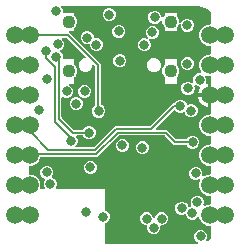
<source format=gbr>
G04 EAGLE Gerber RS-274X export*
G75*
%MOMM*%
%FSLAX34Y34*%
%LPD*%
%INCopper Layer 15*%
%IPPOS*%
%AMOC8*
5,1,8,0,0,1.08239X$1,22.5*%
G01*
%ADD10C,1.108000*%
%ADD11C,1.508000*%
%ADD12C,0.800100*%
%ADD13C,0.152400*%

G36*
X154609Y2936D02*
X154609Y2936D01*
X154702Y2941D01*
X154740Y2955D01*
X154781Y2962D01*
X154864Y3002D01*
X154951Y3034D01*
X154983Y3059D01*
X155020Y3077D01*
X155088Y3140D01*
X155161Y3197D01*
X155184Y3231D01*
X155214Y3259D01*
X155260Y3339D01*
X155313Y3414D01*
X155326Y3454D01*
X155346Y3489D01*
X155366Y3580D01*
X155395Y3668D01*
X155395Y3709D01*
X155404Y3749D01*
X155397Y3841D01*
X155398Y3933D01*
X155386Y3973D01*
X155383Y4014D01*
X155348Y4099D01*
X155322Y4188D01*
X155299Y4222D01*
X155284Y4261D01*
X155225Y4332D01*
X155174Y4409D01*
X155149Y4427D01*
X155116Y4467D01*
X154895Y4614D01*
X154875Y4619D01*
X154858Y4631D01*
X154350Y4841D01*
X152796Y6395D01*
X151955Y8426D01*
X151955Y10624D01*
X152796Y12655D01*
X154350Y14209D01*
X156381Y15050D01*
X158579Y15050D01*
X160610Y14209D01*
X162164Y12655D01*
X163005Y10624D01*
X163005Y8426D01*
X162289Y6698D01*
X162284Y6676D01*
X162273Y6656D01*
X162252Y6547D01*
X162226Y6440D01*
X162227Y6417D01*
X162223Y6395D01*
X162235Y6285D01*
X162241Y6175D01*
X162249Y6153D01*
X162251Y6130D01*
X162295Y6029D01*
X162334Y5926D01*
X162348Y5907D01*
X162357Y5887D01*
X162429Y5803D01*
X162497Y5715D01*
X162516Y5702D01*
X162530Y5685D01*
X162624Y5626D01*
X162714Y5563D01*
X162736Y5556D01*
X162756Y5544D01*
X162862Y5515D01*
X162968Y5481D01*
X162990Y5481D01*
X163012Y5475D01*
X163123Y5480D01*
X163233Y5478D01*
X163255Y5485D01*
X163278Y5486D01*
X163321Y5505D01*
X163488Y5554D01*
X163584Y5619D01*
X163632Y5639D01*
X165622Y7085D01*
X165686Y7149D01*
X165757Y7206D01*
X165781Y7242D01*
X165811Y7272D01*
X165854Y7351D01*
X165904Y7427D01*
X165911Y7459D01*
X165937Y7506D01*
X165988Y7767D01*
X165985Y7789D01*
X165988Y7804D01*
X165988Y17352D01*
X165973Y17454D01*
X165965Y17556D01*
X165953Y17584D01*
X165948Y17615D01*
X165904Y17707D01*
X165866Y17803D01*
X165846Y17826D01*
X165833Y17854D01*
X165763Y17929D01*
X165698Y18009D01*
X165672Y18026D01*
X165651Y18048D01*
X165562Y18099D01*
X165477Y18156D01*
X165453Y18162D01*
X165421Y18180D01*
X165161Y18238D01*
X165123Y18235D01*
X165100Y18240D01*
X163297Y18240D01*
X159965Y19620D01*
X157415Y22170D01*
X156124Y25288D01*
X156118Y25297D01*
X156116Y25307D01*
X156050Y25411D01*
X155987Y25516D01*
X155979Y25523D01*
X155973Y25532D01*
X155879Y25611D01*
X155788Y25692D01*
X155778Y25697D01*
X155770Y25704D01*
X155657Y25752D01*
X155546Y25803D01*
X155536Y25804D01*
X155526Y25808D01*
X155403Y25821D01*
X155282Y25836D01*
X155272Y25834D01*
X155262Y25835D01*
X155141Y25811D01*
X155021Y25790D01*
X155011Y25785D01*
X155001Y25783D01*
X154974Y25767D01*
X154784Y25669D01*
X154716Y25602D01*
X154675Y25576D01*
X153557Y24458D01*
X151526Y23617D01*
X149328Y23617D01*
X147297Y24458D01*
X145743Y26012D01*
X145039Y27712D01*
X144986Y27800D01*
X144939Y27891D01*
X144917Y27913D01*
X144902Y27940D01*
X144825Y28008D01*
X144753Y28081D01*
X144726Y28096D01*
X144703Y28116D01*
X144610Y28159D01*
X144519Y28208D01*
X144489Y28214D01*
X144461Y28227D01*
X144359Y28240D01*
X144259Y28260D01*
X144235Y28255D01*
X144197Y28260D01*
X143936Y28214D01*
X143902Y28197D01*
X143878Y28193D01*
X142844Y27764D01*
X140646Y27764D01*
X138615Y28605D01*
X137061Y30160D01*
X136219Y32190D01*
X136219Y34389D01*
X137061Y36419D01*
X138615Y37974D01*
X140646Y38815D01*
X142844Y38815D01*
X144874Y37974D01*
X146429Y36419D01*
X147133Y34719D01*
X147186Y34631D01*
X147233Y34540D01*
X147254Y34518D01*
X147270Y34492D01*
X147347Y34424D01*
X147419Y34350D01*
X147446Y34335D01*
X147469Y34315D01*
X147562Y34273D01*
X147652Y34224D01*
X147683Y34218D01*
X147711Y34205D01*
X147812Y34192D01*
X147913Y34172D01*
X147937Y34176D01*
X147974Y34171D01*
X148236Y34217D01*
X148270Y34235D01*
X148293Y34239D01*
X149247Y34634D01*
X149335Y34687D01*
X149427Y34734D01*
X149449Y34755D01*
X149475Y34771D01*
X149543Y34848D01*
X149617Y34920D01*
X149631Y34947D01*
X149652Y34970D01*
X149694Y35063D01*
X149743Y35154D01*
X149749Y35184D01*
X149762Y35212D01*
X149775Y35313D01*
X149795Y35414D01*
X149791Y35438D01*
X149796Y35475D01*
X149750Y35737D01*
X149732Y35771D01*
X149728Y35794D01*
X149097Y37318D01*
X149097Y39516D01*
X149938Y41547D01*
X151492Y43101D01*
X153523Y43942D01*
X155721Y43942D01*
X157752Y43101D01*
X159306Y41547D01*
X160147Y39516D01*
X160147Y37318D01*
X159842Y36580D01*
X159829Y36530D01*
X159808Y36483D01*
X159797Y36401D01*
X159778Y36322D01*
X159781Y36270D01*
X159774Y36219D01*
X159788Y36138D01*
X159793Y36056D01*
X159811Y36008D01*
X159820Y35957D01*
X159858Y35884D01*
X159886Y35807D01*
X159918Y35767D01*
X159942Y35721D01*
X159999Y35662D01*
X160049Y35597D01*
X160091Y35568D01*
X160127Y35531D01*
X160200Y35492D01*
X160267Y35445D01*
X160316Y35429D01*
X160361Y35404D01*
X160442Y35388D01*
X160520Y35363D01*
X160571Y35363D01*
X160622Y35353D01*
X160673Y35361D01*
X160785Y35360D01*
X160957Y35411D01*
X161002Y35419D01*
X163297Y36370D01*
X165100Y36370D01*
X165202Y36385D01*
X165304Y36393D01*
X165332Y36405D01*
X165363Y36410D01*
X165455Y36454D01*
X165551Y36492D01*
X165574Y36512D01*
X165602Y36525D01*
X165677Y36595D01*
X165757Y36660D01*
X165774Y36686D01*
X165796Y36707D01*
X165847Y36796D01*
X165904Y36881D01*
X165910Y36905D01*
X165928Y36937D01*
X165986Y37197D01*
X165983Y37235D01*
X165988Y37258D01*
X165988Y42752D01*
X165973Y42854D01*
X165965Y42956D01*
X165953Y42984D01*
X165948Y43015D01*
X165904Y43107D01*
X165866Y43203D01*
X165846Y43226D01*
X165833Y43254D01*
X165763Y43329D01*
X165698Y43409D01*
X165672Y43426D01*
X165651Y43448D01*
X165562Y43499D01*
X165477Y43556D01*
X165453Y43562D01*
X165421Y43580D01*
X165161Y43638D01*
X165123Y43635D01*
X165100Y43640D01*
X163297Y43640D01*
X159965Y45020D01*
X157415Y47570D01*
X156035Y50902D01*
X156035Y54508D01*
X156882Y56552D01*
X156894Y56602D01*
X156916Y56649D01*
X156926Y56730D01*
X156946Y56810D01*
X156943Y56861D01*
X156949Y56913D01*
X156935Y56993D01*
X156930Y57075D01*
X156912Y57124D01*
X156903Y57174D01*
X156866Y57247D01*
X156837Y57324D01*
X156805Y57365D01*
X156782Y57411D01*
X156725Y57470D01*
X156674Y57534D01*
X156632Y57564D01*
X156596Y57601D01*
X156524Y57640D01*
X156457Y57687D01*
X156408Y57703D01*
X156362Y57727D01*
X156282Y57743D01*
X156204Y57769D01*
X156152Y57769D01*
X156101Y57779D01*
X156051Y57770D01*
X155938Y57771D01*
X155766Y57720D01*
X155721Y57712D01*
X154515Y57213D01*
X152317Y57213D01*
X150286Y58054D01*
X148732Y59608D01*
X147891Y61639D01*
X147891Y63837D01*
X148732Y65868D01*
X150286Y67422D01*
X152317Y68263D01*
X154515Y68263D01*
X156546Y67422D01*
X158100Y65868D01*
X158941Y63837D01*
X158941Y61639D01*
X158925Y61600D01*
X158913Y61550D01*
X158891Y61503D01*
X158881Y61422D01*
X158861Y61342D01*
X158864Y61291D01*
X158858Y61239D01*
X158872Y61159D01*
X158877Y61077D01*
X158895Y61028D01*
X158904Y60978D01*
X158941Y60905D01*
X158970Y60828D01*
X159002Y60787D01*
X159025Y60741D01*
X159082Y60682D01*
X159133Y60618D01*
X159175Y60588D01*
X159211Y60551D01*
X159283Y60512D01*
X159350Y60465D01*
X159399Y60449D01*
X159445Y60425D01*
X159525Y60409D01*
X159603Y60383D01*
X159655Y60383D01*
X159706Y60373D01*
X159756Y60382D01*
X159869Y60381D01*
X160041Y60432D01*
X160086Y60440D01*
X163297Y61770D01*
X165100Y61770D01*
X165202Y61785D01*
X165304Y61793D01*
X165332Y61805D01*
X165363Y61810D01*
X165455Y61854D01*
X165551Y61892D01*
X165574Y61912D01*
X165602Y61925D01*
X165677Y61995D01*
X165757Y62060D01*
X165774Y62086D01*
X165796Y62107D01*
X165847Y62196D01*
X165904Y62281D01*
X165910Y62305D01*
X165928Y62337D01*
X165986Y62597D01*
X165983Y62635D01*
X165988Y62658D01*
X165988Y68152D01*
X165973Y68254D01*
X165965Y68356D01*
X165953Y68384D01*
X165948Y68415D01*
X165904Y68507D01*
X165866Y68603D01*
X165846Y68626D01*
X165833Y68654D01*
X165763Y68729D01*
X165698Y68809D01*
X165672Y68826D01*
X165651Y68848D01*
X165562Y68899D01*
X165477Y68956D01*
X165453Y68962D01*
X165421Y68980D01*
X165161Y69038D01*
X165123Y69035D01*
X165100Y69040D01*
X163297Y69040D01*
X159965Y70420D01*
X157415Y72970D01*
X156035Y76302D01*
X156035Y79908D01*
X157415Y83240D01*
X159965Y85790D01*
X163297Y87170D01*
X165100Y87170D01*
X165202Y87185D01*
X165304Y87193D01*
X165332Y87205D01*
X165363Y87210D01*
X165455Y87254D01*
X165551Y87292D01*
X165574Y87312D01*
X165602Y87325D01*
X165677Y87395D01*
X165757Y87460D01*
X165774Y87486D01*
X165796Y87507D01*
X165847Y87596D01*
X165904Y87681D01*
X165910Y87705D01*
X165928Y87737D01*
X165986Y87997D01*
X165983Y88035D01*
X165988Y88058D01*
X165988Y93552D01*
X165973Y93654D01*
X165965Y93756D01*
X165953Y93784D01*
X165948Y93815D01*
X165904Y93907D01*
X165866Y94003D01*
X165846Y94026D01*
X165833Y94054D01*
X165763Y94129D01*
X165698Y94209D01*
X165672Y94226D01*
X165651Y94248D01*
X165562Y94299D01*
X165477Y94356D01*
X165453Y94362D01*
X165421Y94380D01*
X165161Y94438D01*
X165123Y94435D01*
X165100Y94440D01*
X163297Y94440D01*
X159965Y95820D01*
X157415Y98370D01*
X156035Y101702D01*
X156035Y105308D01*
X157415Y108640D01*
X159965Y111190D01*
X163297Y112570D01*
X165100Y112570D01*
X165202Y112585D01*
X165304Y112593D01*
X165332Y112605D01*
X165363Y112610D01*
X165455Y112654D01*
X165551Y112692D01*
X165574Y112712D01*
X165602Y112725D01*
X165677Y112795D01*
X165757Y112860D01*
X165774Y112886D01*
X165796Y112907D01*
X165847Y112996D01*
X165904Y113081D01*
X165910Y113105D01*
X165928Y113137D01*
X165986Y113397D01*
X165983Y113435D01*
X165988Y113458D01*
X165988Y128016D01*
X165973Y128117D01*
X165965Y128220D01*
X165953Y128248D01*
X165948Y128279D01*
X165904Y128371D01*
X165866Y128466D01*
X165846Y128490D01*
X165833Y128518D01*
X165763Y128593D01*
X165698Y128673D01*
X165672Y128690D01*
X165651Y128712D01*
X165562Y128763D01*
X165477Y128820D01*
X165453Y128825D01*
X165421Y128844D01*
X165161Y128902D01*
X165123Y128899D01*
X165100Y128904D01*
X165099Y128904D01*
X165099Y128906D01*
X165100Y128906D01*
X165202Y128921D01*
X165304Y128930D01*
X165332Y128941D01*
X165363Y128946D01*
X165455Y128990D01*
X165551Y129029D01*
X165574Y129048D01*
X165602Y129061D01*
X165677Y129131D01*
X165757Y129196D01*
X165774Y129222D01*
X165796Y129243D01*
X165847Y129332D01*
X165904Y129417D01*
X165910Y129441D01*
X165928Y129474D01*
X165986Y129733D01*
X165983Y129771D01*
X165988Y129794D01*
X165988Y144352D01*
X165973Y144454D01*
X165965Y144556D01*
X165953Y144584D01*
X165948Y144615D01*
X165904Y144707D01*
X165866Y144803D01*
X165846Y144826D01*
X165833Y144854D01*
X165763Y144929D01*
X165698Y145009D01*
X165672Y145026D01*
X165651Y145048D01*
X165562Y145099D01*
X165477Y145156D01*
X165453Y145162D01*
X165421Y145180D01*
X165161Y145238D01*
X165123Y145235D01*
X165100Y145240D01*
X163297Y145240D01*
X162715Y145481D01*
X162665Y145494D01*
X162618Y145515D01*
X162536Y145526D01*
X162457Y145545D01*
X162405Y145542D01*
X162354Y145549D01*
X162273Y145535D01*
X162191Y145530D01*
X162143Y145512D01*
X162092Y145503D01*
X162019Y145465D01*
X161942Y145437D01*
X161902Y145405D01*
X161856Y145382D01*
X161797Y145324D01*
X161732Y145274D01*
X161703Y145232D01*
X161666Y145196D01*
X161627Y145123D01*
X161580Y145056D01*
X161564Y145007D01*
X161539Y144962D01*
X161523Y144881D01*
X161498Y144803D01*
X161498Y144752D01*
X161487Y144701D01*
X161496Y144650D01*
X161495Y144538D01*
X161546Y144366D01*
X161554Y144321D01*
X162120Y142954D01*
X162120Y140756D01*
X161789Y139956D01*
X161770Y139878D01*
X161742Y139803D01*
X161738Y139750D01*
X161725Y139698D01*
X161730Y139618D01*
X161725Y139538D01*
X161738Y139486D01*
X161741Y139433D01*
X161769Y139358D01*
X161788Y139280D01*
X161815Y139234D01*
X161834Y139184D01*
X161883Y139121D01*
X161924Y139052D01*
X161964Y139016D01*
X161997Y138974D01*
X162062Y138928D01*
X162122Y138874D01*
X162171Y138852D01*
X162214Y138821D01*
X162291Y138796D01*
X162364Y138763D01*
X162402Y138760D01*
X162467Y138740D01*
X162733Y138737D01*
X162742Y138739D01*
X162749Y138739D01*
X163323Y138830D01*
X163323Y130682D01*
X155175Y130682D01*
X155267Y131266D01*
X155758Y132775D01*
X156478Y134188D01*
X157009Y134919D01*
X157062Y135021D01*
X157119Y135121D01*
X157123Y135139D01*
X157131Y135155D01*
X157152Y135268D01*
X157177Y135380D01*
X157175Y135399D01*
X157178Y135417D01*
X157164Y135531D01*
X157155Y135645D01*
X157148Y135662D01*
X157146Y135681D01*
X157099Y135785D01*
X157056Y135892D01*
X157044Y135906D01*
X157037Y135923D01*
X156961Y136009D01*
X156888Y136098D01*
X156873Y136108D01*
X156861Y136122D01*
X156763Y136182D01*
X156667Y136246D01*
X156653Y136249D01*
X156634Y136261D01*
X156376Y136325D01*
X156322Y136323D01*
X156291Y136330D01*
X155496Y136330D01*
X153486Y137162D01*
X153436Y137175D01*
X153389Y137196D01*
X153307Y137206D01*
X153228Y137226D01*
X153176Y137223D01*
X153125Y137230D01*
X153044Y137215D01*
X152962Y137211D01*
X152914Y137193D01*
X152863Y137184D01*
X152790Y137146D01*
X152714Y137117D01*
X152673Y137086D01*
X152627Y137062D01*
X152568Y137005D01*
X152503Y136955D01*
X152474Y136912D01*
X152437Y136876D01*
X152398Y136804D01*
X152351Y136737D01*
X152335Y136688D01*
X152310Y136643D01*
X152294Y136562D01*
X152269Y136484D01*
X152269Y136432D01*
X152259Y136382D01*
X152268Y136331D01*
X152266Y136218D01*
X152318Y136046D01*
X152325Y136002D01*
X152337Y135973D01*
X152337Y133775D01*
X151496Y131744D01*
X149942Y130190D01*
X147911Y129349D01*
X145713Y129349D01*
X143682Y130190D01*
X142128Y131744D01*
X141287Y133775D01*
X141287Y135973D01*
X142128Y138004D01*
X143682Y139558D01*
X145713Y140399D01*
X147911Y140399D01*
X149921Y139567D01*
X149971Y139554D01*
X150018Y139533D01*
X150100Y139522D01*
X150179Y139503D01*
X150231Y139506D01*
X150282Y139499D01*
X150363Y139513D01*
X150445Y139518D01*
X150493Y139536D01*
X150544Y139545D01*
X150617Y139583D01*
X150694Y139611D01*
X150734Y139643D01*
X150780Y139666D01*
X150839Y139724D01*
X150904Y139774D01*
X150934Y139816D01*
X150970Y139852D01*
X151009Y139924D01*
X151057Y139992D01*
X151072Y140041D01*
X151097Y140086D01*
X151113Y140167D01*
X151138Y140245D01*
X151139Y140296D01*
X151149Y140347D01*
X151140Y140398D01*
X151141Y140510D01*
X151090Y140682D01*
X151082Y140727D01*
X151070Y140756D01*
X151070Y142954D01*
X151911Y144985D01*
X153465Y146539D01*
X155496Y147380D01*
X157061Y147380D01*
X157112Y147388D01*
X157164Y147386D01*
X157243Y147408D01*
X157324Y147420D01*
X157370Y147442D01*
X157420Y147456D01*
X157489Y147500D01*
X157563Y147536D01*
X157601Y147571D01*
X157645Y147598D01*
X157697Y147661D01*
X157758Y147717D01*
X157783Y147762D01*
X157817Y147801D01*
X157849Y147876D01*
X157889Y147948D01*
X157901Y147998D01*
X157921Y148046D01*
X157929Y148127D01*
X157947Y148207D01*
X157943Y148259D01*
X157948Y148310D01*
X157932Y148390D01*
X157926Y148472D01*
X157906Y148520D01*
X157896Y148571D01*
X157869Y148614D01*
X157827Y148719D01*
X157714Y148858D01*
X157689Y148896D01*
X157415Y149170D01*
X156035Y152502D01*
X156035Y156108D01*
X157415Y159440D01*
X159965Y161990D01*
X163297Y163370D01*
X165100Y163370D01*
X165202Y163385D01*
X165304Y163393D01*
X165332Y163405D01*
X165363Y163410D01*
X165455Y163454D01*
X165551Y163492D01*
X165574Y163512D01*
X165602Y163525D01*
X165677Y163595D01*
X165757Y163660D01*
X165774Y163686D01*
X165796Y163707D01*
X165847Y163796D01*
X165904Y163881D01*
X165910Y163905D01*
X165928Y163937D01*
X165986Y164197D01*
X165983Y164235D01*
X165988Y164258D01*
X165988Y169752D01*
X165973Y169854D01*
X165965Y169956D01*
X165953Y169984D01*
X165948Y170015D01*
X165904Y170107D01*
X165866Y170203D01*
X165846Y170226D01*
X165833Y170254D01*
X165763Y170329D01*
X165698Y170409D01*
X165672Y170426D01*
X165651Y170448D01*
X165562Y170499D01*
X165477Y170556D01*
X165453Y170562D01*
X165421Y170580D01*
X165161Y170638D01*
X165123Y170635D01*
X165100Y170640D01*
X163297Y170640D01*
X159965Y172020D01*
X157415Y174570D01*
X156035Y177902D01*
X156035Y181508D01*
X157415Y184840D01*
X159965Y187390D01*
X163297Y188770D01*
X165100Y188770D01*
X165202Y188785D01*
X165304Y188793D01*
X165332Y188805D01*
X165363Y188810D01*
X165455Y188854D01*
X165551Y188892D01*
X165574Y188912D01*
X165602Y188925D01*
X165677Y188995D01*
X165757Y189060D01*
X165774Y189086D01*
X165796Y189107D01*
X165847Y189196D01*
X165904Y189281D01*
X165910Y189305D01*
X165928Y189337D01*
X165986Y189597D01*
X165983Y189635D01*
X165988Y189658D01*
X165988Y199206D01*
X165975Y199296D01*
X165970Y199386D01*
X165955Y199427D01*
X165948Y199469D01*
X165909Y199551D01*
X165878Y199636D01*
X165856Y199660D01*
X165833Y199708D01*
X165681Y199871D01*
X165672Y199882D01*
X165669Y199884D01*
X165651Y199903D01*
X165632Y199914D01*
X165622Y199925D01*
X162897Y201905D01*
X162661Y202027D01*
X162653Y202029D01*
X162649Y202031D01*
X156111Y204155D01*
X155955Y204181D01*
X155907Y204196D01*
X152470Y204467D01*
X152426Y204463D01*
X152400Y204469D01*
X40439Y204469D01*
X40388Y204462D01*
X40336Y204463D01*
X40257Y204442D01*
X40176Y204429D01*
X40130Y204407D01*
X40080Y204393D01*
X40011Y204349D01*
X39937Y204314D01*
X39899Y204278D01*
X39855Y204251D01*
X39802Y204188D01*
X39743Y204132D01*
X39717Y204087D01*
X39683Y204048D01*
X39651Y203973D01*
X39611Y203902D01*
X39599Y203851D01*
X39579Y203803D01*
X39571Y203722D01*
X39553Y203642D01*
X39557Y203590D01*
X39552Y203539D01*
X39568Y203459D01*
X39574Y203377D01*
X39594Y203329D01*
X39604Y203278D01*
X39632Y203235D01*
X39673Y203130D01*
X39714Y203080D01*
X40577Y200997D01*
X40577Y199721D01*
X40593Y199619D01*
X40601Y199517D01*
X40612Y199489D01*
X40617Y199458D01*
X40662Y199366D01*
X40700Y199270D01*
X40719Y199247D01*
X40733Y199219D01*
X40803Y199144D01*
X40868Y199064D01*
X40893Y199047D01*
X40914Y199025D01*
X41003Y198974D01*
X41089Y198917D01*
X41112Y198911D01*
X41145Y198893D01*
X41404Y198835D01*
X41442Y198838D01*
X41465Y198833D01*
X50216Y198833D01*
X50663Y198386D01*
X50663Y196566D01*
X50666Y196545D01*
X50664Y196525D01*
X50686Y196414D01*
X50690Y196386D01*
X50692Y196356D01*
X50696Y196348D01*
X50703Y196303D01*
X50712Y196285D01*
X50716Y196264D01*
X50740Y196225D01*
X50768Y196167D01*
X50791Y196110D01*
X50803Y196095D01*
X50818Y196064D01*
X50895Y195982D01*
X50923Y195938D01*
X51689Y195172D01*
X52765Y192575D01*
X52765Y189765D01*
X51689Y187168D01*
X50923Y186402D01*
X50911Y186385D01*
X50894Y186372D01*
X50832Y186278D01*
X50765Y186188D01*
X50758Y186168D01*
X50747Y186151D01*
X50737Y186106D01*
X50678Y185937D01*
X50674Y185824D01*
X50663Y185774D01*
X50663Y183754D01*
X50216Y183307D01*
X46861Y183307D01*
X46810Y183300D01*
X46758Y183301D01*
X46679Y183280D01*
X46598Y183267D01*
X46552Y183245D01*
X46502Y183231D01*
X46433Y183187D01*
X46359Y183152D01*
X46321Y183117D01*
X46278Y183089D01*
X46225Y183026D01*
X46165Y182970D01*
X46139Y182926D01*
X46106Y182886D01*
X46073Y182811D01*
X46033Y182740D01*
X46021Y182689D01*
X46001Y182642D01*
X45993Y182560D01*
X45975Y182480D01*
X45979Y182429D01*
X45974Y182377D01*
X45990Y182297D01*
X45997Y182215D01*
X46016Y182167D01*
X46026Y182117D01*
X46054Y182073D01*
X46096Y181968D01*
X46209Y181829D01*
X46233Y181791D01*
X47632Y180392D01*
X72903Y155121D01*
X72903Y121485D01*
X72912Y121424D01*
X72911Y121362D01*
X72932Y121293D01*
X72943Y121222D01*
X72970Y121167D01*
X72987Y121107D01*
X73027Y121048D01*
X73058Y120983D01*
X73101Y120938D01*
X73135Y120886D01*
X73174Y120859D01*
X73240Y120789D01*
X73426Y120683D01*
X73451Y120665D01*
X74442Y120254D01*
X75997Y118700D01*
X76838Y116669D01*
X76838Y114471D01*
X75997Y112440D01*
X74442Y110886D01*
X72412Y110045D01*
X70213Y110045D01*
X68183Y110886D01*
X66628Y112440D01*
X65787Y114471D01*
X65787Y116669D01*
X66628Y118700D01*
X68069Y120140D01*
X68082Y120157D01*
X68098Y120171D01*
X68160Y120264D01*
X68227Y120354D01*
X68234Y120374D01*
X68245Y120392D01*
X68255Y120436D01*
X68314Y120605D01*
X68318Y120718D01*
X68329Y120769D01*
X68329Y152859D01*
X68326Y152880D01*
X68328Y152901D01*
X68306Y153011D01*
X68289Y153122D01*
X68280Y153141D01*
X68276Y153161D01*
X68252Y153200D01*
X68174Y153361D01*
X68097Y153443D01*
X68069Y153487D01*
X67307Y154249D01*
X67266Y154280D01*
X67230Y154317D01*
X67159Y154358D01*
X67093Y154407D01*
X67044Y154424D01*
X67000Y154449D01*
X66920Y154467D01*
X66842Y154494D01*
X66790Y154496D01*
X66740Y154507D01*
X66658Y154500D01*
X66576Y154503D01*
X66527Y154490D01*
X66475Y154485D01*
X66399Y154455D01*
X66320Y154433D01*
X66276Y154406D01*
X66228Y154386D01*
X66165Y154335D01*
X66096Y154291D01*
X66062Y154251D01*
X66022Y154219D01*
X65977Y154151D01*
X65924Y154088D01*
X65903Y154041D01*
X65875Y153998D01*
X65863Y153947D01*
X65819Y153844D01*
X65801Y153665D01*
X65791Y153621D01*
X65791Y153218D01*
X64909Y151090D01*
X63280Y149461D01*
X61152Y148579D01*
X58848Y148579D01*
X56720Y149461D01*
X55091Y151090D01*
X54209Y153218D01*
X54209Y155522D01*
X55091Y157650D01*
X56720Y159279D01*
X58848Y160161D01*
X59251Y160161D01*
X59302Y160168D01*
X59354Y160167D01*
X59433Y160188D01*
X59514Y160201D01*
X59560Y160223D01*
X59610Y160237D01*
X59679Y160281D01*
X59753Y160316D01*
X59791Y160351D01*
X59834Y160379D01*
X59887Y160442D01*
X59947Y160498D01*
X59973Y160542D01*
X60006Y160582D01*
X60039Y160657D01*
X60079Y160728D01*
X60090Y160779D01*
X60111Y160826D01*
X60119Y160908D01*
X60137Y160988D01*
X60133Y161039D01*
X60138Y161091D01*
X60122Y161171D01*
X60115Y161253D01*
X60096Y161301D01*
X60086Y161351D01*
X60058Y161395D01*
X60016Y161500D01*
X59903Y161639D01*
X59879Y161677D01*
X44398Y177158D01*
X44381Y177171D01*
X44368Y177187D01*
X44274Y177249D01*
X44184Y177316D01*
X44164Y177323D01*
X44147Y177334D01*
X44102Y177344D01*
X43933Y177403D01*
X43820Y177407D01*
X43770Y177418D01*
X40820Y177418D01*
X40769Y177411D01*
X40717Y177412D01*
X40638Y177391D01*
X40557Y177378D01*
X40511Y177356D01*
X40461Y177342D01*
X40392Y177298D01*
X40318Y177263D01*
X40280Y177228D01*
X40237Y177200D01*
X40183Y177137D01*
X40124Y177081D01*
X40098Y177037D01*
X40065Y176997D01*
X40032Y176922D01*
X39992Y176851D01*
X39980Y176800D01*
X39960Y176753D01*
X39952Y176671D01*
X39934Y176591D01*
X39938Y176540D01*
X39933Y176488D01*
X39949Y176408D01*
X39955Y176326D01*
X39975Y176278D01*
X39985Y176228D01*
X40012Y176184D01*
X40054Y176079D01*
X40168Y175940D01*
X40192Y175902D01*
X41006Y175088D01*
X41847Y173057D01*
X41847Y170859D01*
X41006Y168828D01*
X39452Y167274D01*
X39026Y167098D01*
X39017Y167092D01*
X39007Y167089D01*
X38903Y167024D01*
X38798Y166960D01*
X38791Y166952D01*
X38782Y166947D01*
X38703Y166853D01*
X38621Y166762D01*
X38617Y166752D01*
X38610Y166744D01*
X38562Y166631D01*
X38511Y166520D01*
X38510Y166509D01*
X38506Y166500D01*
X38493Y166377D01*
X38478Y166256D01*
X38480Y166246D01*
X38478Y166235D01*
X38503Y166115D01*
X38524Y165994D01*
X38528Y165985D01*
X38531Y165975D01*
X38547Y165948D01*
X38645Y165758D01*
X38712Y165689D01*
X38738Y165649D01*
X39788Y164599D01*
X40629Y162568D01*
X40629Y160721D01*
X40644Y160619D01*
X40653Y160517D01*
X40664Y160489D01*
X40669Y160458D01*
X40713Y160366D01*
X40752Y160270D01*
X40771Y160247D01*
X40785Y160219D01*
X40855Y160144D01*
X40919Y160064D01*
X40945Y160047D01*
X40966Y160025D01*
X41055Y159974D01*
X41140Y159917D01*
X41164Y159911D01*
X41197Y159893D01*
X41456Y159835D01*
X41494Y159838D01*
X41517Y159833D01*
X50216Y159833D01*
X50663Y159386D01*
X50663Y154766D01*
X50666Y154745D01*
X50664Y154725D01*
X50686Y154614D01*
X50686Y154611D01*
X50686Y154609D01*
X50687Y154608D01*
X50703Y154503D01*
X50712Y154485D01*
X50716Y154464D01*
X50740Y154425D01*
X50818Y154264D01*
X50895Y154182D01*
X50923Y154138D01*
X51689Y153372D01*
X52765Y150775D01*
X52765Y147965D01*
X51689Y145368D01*
X50923Y144602D01*
X50911Y144585D01*
X50894Y144572D01*
X50832Y144478D01*
X50765Y144388D01*
X50758Y144368D01*
X50747Y144351D01*
X50737Y144306D01*
X50678Y144137D01*
X50674Y144024D01*
X50663Y143974D01*
X50663Y139254D01*
X50216Y138807D01*
X46880Y138807D01*
X46789Y138793D01*
X46697Y138788D01*
X46658Y138774D01*
X46618Y138767D01*
X46535Y138727D01*
X46448Y138695D01*
X46415Y138670D01*
X46378Y138652D01*
X46311Y138589D01*
X46238Y138532D01*
X46214Y138499D01*
X46184Y138470D01*
X46138Y138390D01*
X46085Y138315D01*
X46073Y138275D01*
X46052Y138240D01*
X46032Y138150D01*
X46004Y138062D01*
X46003Y138020D01*
X45994Y137980D01*
X46002Y137888D01*
X46001Y137796D01*
X46013Y137756D01*
X46016Y137715D01*
X46050Y137630D01*
X46077Y137541D01*
X46100Y137507D01*
X46115Y137468D01*
X46173Y137397D01*
X46225Y137320D01*
X46250Y137302D01*
X46283Y137262D01*
X46504Y137115D01*
X46524Y137110D01*
X46541Y137098D01*
X47310Y136780D01*
X48865Y135225D01*
X49706Y133195D01*
X49706Y130996D01*
X48865Y128966D01*
X47310Y127411D01*
X45280Y126570D01*
X43081Y126570D01*
X40916Y127467D01*
X40906Y127470D01*
X40897Y127475D01*
X40777Y127501D01*
X40658Y127531D01*
X40648Y127530D01*
X40638Y127533D01*
X40516Y127523D01*
X40393Y127516D01*
X40383Y127512D01*
X40373Y127511D01*
X40259Y127465D01*
X40144Y127422D01*
X40136Y127416D01*
X40126Y127412D01*
X40030Y127334D01*
X39934Y127260D01*
X39928Y127251D01*
X39920Y127244D01*
X39851Y127142D01*
X39781Y127042D01*
X39778Y127032D01*
X39772Y127023D01*
X39765Y126993D01*
X39700Y126789D01*
X39699Y126693D01*
X39688Y126646D01*
X39688Y110345D01*
X39691Y110324D01*
X39689Y110303D01*
X39711Y110193D01*
X39728Y110082D01*
X39737Y110063D01*
X39741Y110042D01*
X39766Y110004D01*
X39844Y109843D01*
X39921Y109760D01*
X39948Y109717D01*
X49963Y99702D01*
X49980Y99689D01*
X49993Y99673D01*
X50087Y99611D01*
X50177Y99544D01*
X50197Y99537D01*
X50214Y99526D01*
X50259Y99516D01*
X50428Y99457D01*
X50541Y99453D01*
X50591Y99442D01*
X57365Y99442D01*
X57426Y99451D01*
X57489Y99450D01*
X57557Y99471D01*
X57628Y99482D01*
X57684Y99508D01*
X57743Y99526D01*
X57803Y99566D01*
X57867Y99597D01*
X57913Y99640D01*
X57964Y99674D01*
X57992Y99713D01*
X58062Y99779D01*
X58168Y99964D01*
X58186Y99990D01*
X58308Y100285D01*
X59862Y101839D01*
X61893Y102680D01*
X64091Y102680D01*
X66122Y101839D01*
X67676Y100285D01*
X68517Y98254D01*
X68517Y96056D01*
X67676Y94025D01*
X66122Y92471D01*
X64091Y91630D01*
X61893Y91630D01*
X59862Y92471D01*
X58308Y94025D01*
X58186Y94320D01*
X58154Y94373D01*
X58131Y94431D01*
X58086Y94486D01*
X58049Y94548D01*
X58002Y94589D01*
X57963Y94637D01*
X57903Y94677D01*
X57850Y94724D01*
X57794Y94750D01*
X57742Y94784D01*
X57695Y94795D01*
X57608Y94834D01*
X57396Y94861D01*
X57365Y94868D01*
X53221Y94868D01*
X53210Y94867D01*
X53200Y94868D01*
X53079Y94847D01*
X52958Y94828D01*
X52949Y94824D01*
X52938Y94822D01*
X52829Y94766D01*
X52719Y94713D01*
X52711Y94706D01*
X52702Y94701D01*
X52614Y94615D01*
X52524Y94531D01*
X52519Y94522D01*
X52512Y94515D01*
X52453Y94407D01*
X52393Y94301D01*
X52390Y94290D01*
X52385Y94281D01*
X52361Y94161D01*
X52335Y94041D01*
X52336Y94031D01*
X52334Y94020D01*
X52339Y93990D01*
X52356Y93776D01*
X52392Y93688D01*
X52400Y93640D01*
X53277Y91523D01*
X53277Y89325D01*
X52436Y87294D01*
X51495Y86353D01*
X51464Y86312D01*
X51427Y86276D01*
X51386Y86205D01*
X51337Y86139D01*
X51320Y86090D01*
X51295Y86046D01*
X51277Y85966D01*
X51250Y85888D01*
X51248Y85836D01*
X51237Y85786D01*
X51243Y85704D01*
X51241Y85622D01*
X51254Y85573D01*
X51258Y85521D01*
X51289Y85445D01*
X51311Y85366D01*
X51338Y85322D01*
X51357Y85274D01*
X51409Y85211D01*
X51453Y85142D01*
X51492Y85108D01*
X51525Y85068D01*
X51593Y85023D01*
X51656Y84970D01*
X51703Y84949D01*
X51746Y84921D01*
X51797Y84909D01*
X51900Y84865D01*
X52079Y84847D01*
X52123Y84837D01*
X67018Y84837D01*
X67039Y84840D01*
X67060Y84838D01*
X67170Y84860D01*
X67281Y84877D01*
X67300Y84886D01*
X67321Y84890D01*
X67359Y84914D01*
X67520Y84992D01*
X67603Y85069D01*
X67646Y85097D01*
X85166Y102617D01*
X114255Y102617D01*
X114276Y102620D01*
X114297Y102618D01*
X114407Y102640D01*
X114518Y102657D01*
X114537Y102666D01*
X114557Y102670D01*
X114596Y102694D01*
X114757Y102772D01*
X114839Y102849D01*
X114883Y102877D01*
X134054Y122048D01*
X134634Y122048D01*
X134695Y122057D01*
X134757Y122056D01*
X134826Y122077D01*
X134897Y122088D01*
X134952Y122115D01*
X135012Y122132D01*
X135071Y122172D01*
X135136Y122203D01*
X135181Y122246D01*
X135233Y122280D01*
X135260Y122319D01*
X135330Y122385D01*
X135436Y122570D01*
X135454Y122596D01*
X135524Y122764D01*
X137078Y124318D01*
X139109Y125159D01*
X141307Y125159D01*
X143338Y124318D01*
X144892Y122764D01*
X145544Y121189D01*
X145597Y121101D01*
X145644Y121009D01*
X145666Y120987D01*
X145682Y120961D01*
X145758Y120893D01*
X145830Y120819D01*
X145857Y120805D01*
X145880Y120784D01*
X145974Y120742D01*
X146064Y120693D01*
X146094Y120687D01*
X146122Y120674D01*
X146224Y120661D01*
X146325Y120641D01*
X146348Y120645D01*
X146386Y120641D01*
X146648Y120687D01*
X146681Y120704D01*
X146705Y120708D01*
X148253Y121349D01*
X150451Y121349D01*
X152482Y120508D01*
X154036Y118954D01*
X154877Y116923D01*
X154877Y114725D01*
X154036Y112694D01*
X152482Y111140D01*
X150451Y110299D01*
X148253Y110299D01*
X146222Y111140D01*
X144668Y112694D01*
X144016Y114269D01*
X143962Y114357D01*
X143916Y114449D01*
X143894Y114470D01*
X143878Y114497D01*
X143802Y114565D01*
X143730Y114639D01*
X143703Y114653D01*
X143680Y114674D01*
X143586Y114716D01*
X143496Y114765D01*
X143466Y114771D01*
X143438Y114784D01*
X143336Y114797D01*
X143235Y114817D01*
X143212Y114813D01*
X143174Y114817D01*
X142912Y114771D01*
X142879Y114754D01*
X142855Y114750D01*
X141307Y114109D01*
X139109Y114109D01*
X137078Y114950D01*
X135879Y116149D01*
X135796Y116210D01*
X135718Y116276D01*
X135690Y116289D01*
X135665Y116307D01*
X135568Y116340D01*
X135474Y116381D01*
X135443Y116384D01*
X135414Y116394D01*
X135312Y116398D01*
X135209Y116408D01*
X135179Y116402D01*
X135148Y116403D01*
X135049Y116376D01*
X134949Y116356D01*
X134929Y116343D01*
X134892Y116333D01*
X134668Y116191D01*
X134643Y116162D01*
X134623Y116149D01*
X119559Y101085D01*
X119528Y101044D01*
X119491Y101008D01*
X119450Y100937D01*
X119401Y100871D01*
X119384Y100822D01*
X119359Y100778D01*
X119341Y100698D01*
X119314Y100620D01*
X119312Y100568D01*
X119301Y100518D01*
X119308Y100436D01*
X119305Y100354D01*
X119318Y100305D01*
X119323Y100253D01*
X119353Y100177D01*
X119375Y100098D01*
X119402Y100054D01*
X119422Y100006D01*
X119473Y99943D01*
X119517Y99874D01*
X119557Y99840D01*
X119589Y99800D01*
X119657Y99755D01*
X119720Y99702D01*
X119767Y99681D01*
X119810Y99653D01*
X119861Y99641D01*
X119964Y99597D01*
X120143Y99579D01*
X120187Y99569D01*
X128971Y99569D01*
X136838Y91701D01*
X136855Y91688D01*
X136869Y91672D01*
X136962Y91610D01*
X137052Y91543D01*
X137072Y91536D01*
X137090Y91525D01*
X137134Y91515D01*
X137304Y91456D01*
X137416Y91452D01*
X137467Y91441D01*
X144995Y91441D01*
X145056Y91450D01*
X145119Y91449D01*
X145187Y91470D01*
X145258Y91481D01*
X145314Y91507D01*
X145373Y91525D01*
X145433Y91565D01*
X145497Y91596D01*
X145543Y91639D01*
X145594Y91673D01*
X145622Y91712D01*
X145692Y91778D01*
X145798Y91963D01*
X145816Y91989D01*
X145938Y92284D01*
X147492Y93838D01*
X149523Y94679D01*
X151721Y94679D01*
X153752Y93838D01*
X155306Y92284D01*
X156147Y90253D01*
X156147Y88055D01*
X155306Y86024D01*
X153752Y84470D01*
X151721Y83629D01*
X149523Y83629D01*
X147492Y84470D01*
X145938Y86024D01*
X145816Y86319D01*
X145784Y86372D01*
X145761Y86430D01*
X145716Y86485D01*
X145679Y86547D01*
X145632Y86588D01*
X145593Y86636D01*
X145533Y86676D01*
X145480Y86723D01*
X145424Y86749D01*
X145372Y86783D01*
X145325Y86794D01*
X145238Y86833D01*
X145026Y86860D01*
X144995Y86867D01*
X135204Y86867D01*
X127336Y94735D01*
X127319Y94748D01*
X127306Y94764D01*
X127213Y94826D01*
X127122Y94893D01*
X127103Y94900D01*
X127085Y94911D01*
X127041Y94921D01*
X126871Y94980D01*
X126759Y94984D01*
X126708Y94995D01*
X88691Y94995D01*
X88670Y94992D01*
X88649Y94994D01*
X88539Y94972D01*
X88428Y94955D01*
X88409Y94946D01*
X88389Y94942D01*
X88350Y94918D01*
X88189Y94840D01*
X88107Y94763D01*
X88063Y94735D01*
X70035Y76707D01*
X22526Y76707D01*
X22465Y76698D01*
X22403Y76699D01*
X22334Y76678D01*
X22263Y76667D01*
X22208Y76640D01*
X22148Y76623D01*
X22089Y76583D01*
X22024Y76552D01*
X21979Y76509D01*
X21927Y76475D01*
X21900Y76436D01*
X21830Y76370D01*
X21723Y76184D01*
X21706Y76159D01*
X20385Y72970D01*
X17835Y70420D01*
X14503Y69040D01*
X12700Y69040D01*
X12598Y69025D01*
X12496Y69017D01*
X12468Y69005D01*
X12437Y69000D01*
X12345Y68956D01*
X12249Y68918D01*
X12226Y68898D01*
X12198Y68885D01*
X12123Y68815D01*
X12043Y68750D01*
X12026Y68724D01*
X12004Y68703D01*
X11953Y68614D01*
X11896Y68529D01*
X11890Y68505D01*
X11872Y68473D01*
X11814Y68213D01*
X11817Y68175D01*
X11812Y68152D01*
X11812Y62658D01*
X11827Y62556D01*
X11835Y62454D01*
X11847Y62426D01*
X11852Y62395D01*
X11896Y62303D01*
X11934Y62207D01*
X11954Y62184D01*
X11967Y62156D01*
X12037Y62081D01*
X12102Y62001D01*
X12128Y61984D01*
X12149Y61962D01*
X12238Y61911D01*
X12323Y61854D01*
X12347Y61848D01*
X12379Y61830D01*
X12639Y61772D01*
X12677Y61775D01*
X12700Y61770D01*
X14503Y61770D01*
X17835Y60390D01*
X20385Y57840D01*
X21765Y54508D01*
X21765Y50902D01*
X21600Y50505D01*
X21598Y50495D01*
X21593Y50486D01*
X21566Y50366D01*
X21536Y50247D01*
X21537Y50236D01*
X21535Y50226D01*
X21545Y50104D01*
X21552Y49982D01*
X21556Y49972D01*
X21556Y49961D01*
X21602Y49848D01*
X21645Y49733D01*
X21651Y49724D01*
X21655Y49714D01*
X21733Y49619D01*
X21808Y49522D01*
X21816Y49516D01*
X21823Y49508D01*
X21926Y49440D01*
X22025Y49370D01*
X22035Y49367D01*
X22044Y49361D01*
X22075Y49354D01*
X22278Y49288D01*
X22374Y49287D01*
X22421Y49277D01*
X24831Y49277D01*
X24842Y49278D01*
X24852Y49277D01*
X24973Y49298D01*
X25094Y49317D01*
X25104Y49321D01*
X25114Y49323D01*
X25223Y49379D01*
X25334Y49432D01*
X25341Y49440D01*
X25351Y49444D01*
X25438Y49530D01*
X25528Y49614D01*
X25533Y49623D01*
X25541Y49630D01*
X25599Y49738D01*
X25660Y49844D01*
X25662Y49855D01*
X25667Y49864D01*
X25691Y49985D01*
X25718Y50104D01*
X25717Y50114D01*
X25719Y50125D01*
X25713Y50155D01*
X25696Y50369D01*
X25660Y50458D01*
X25652Y50505D01*
X24828Y52495D01*
X24828Y54693D01*
X25669Y56724D01*
X25771Y56826D01*
X25777Y56834D01*
X25785Y56841D01*
X25856Y56941D01*
X25929Y57040D01*
X25932Y57050D01*
X25938Y57058D01*
X25975Y57174D01*
X26016Y57291D01*
X26016Y57301D01*
X26019Y57311D01*
X26021Y57434D01*
X26025Y57556D01*
X26022Y57566D01*
X26022Y57577D01*
X25987Y57694D01*
X25955Y57813D01*
X25950Y57822D01*
X25947Y57832D01*
X25879Y57933D01*
X25813Y58037D01*
X25805Y58044D01*
X25799Y58053D01*
X25773Y58071D01*
X25610Y58209D01*
X25522Y58247D01*
X25483Y58274D01*
X24175Y58816D01*
X22621Y60370D01*
X21780Y62401D01*
X21780Y64599D01*
X22621Y66630D01*
X24175Y68184D01*
X26206Y69025D01*
X28404Y69025D01*
X30435Y68184D01*
X31989Y66630D01*
X32830Y64599D01*
X32830Y62401D01*
X31989Y60370D01*
X31887Y60268D01*
X31881Y60260D01*
X31873Y60253D01*
X31802Y60153D01*
X31729Y60054D01*
X31726Y60044D01*
X31720Y60036D01*
X31682Y59919D01*
X31642Y59803D01*
X31642Y59793D01*
X31639Y59783D01*
X31637Y59660D01*
X31633Y59538D01*
X31636Y59528D01*
X31636Y59517D01*
X31671Y59400D01*
X31703Y59281D01*
X31708Y59272D01*
X31711Y59262D01*
X31779Y59161D01*
X31845Y59057D01*
X31853Y59050D01*
X31859Y59041D01*
X31885Y59023D01*
X32048Y58885D01*
X32136Y58847D01*
X32175Y58820D01*
X33483Y58278D01*
X35037Y56724D01*
X35878Y54693D01*
X35878Y52495D01*
X35054Y50505D01*
X35051Y50495D01*
X35046Y50486D01*
X35020Y50366D01*
X34990Y50247D01*
X34991Y50236D01*
X34988Y50226D01*
X34998Y50104D01*
X35005Y49982D01*
X35009Y49972D01*
X35010Y49961D01*
X35056Y49847D01*
X35099Y49733D01*
X35105Y49724D01*
X35109Y49714D01*
X35187Y49619D01*
X35261Y49522D01*
X35270Y49516D01*
X35277Y49508D01*
X35379Y49440D01*
X35479Y49370D01*
X35489Y49366D01*
X35498Y49361D01*
X35528Y49354D01*
X35732Y49288D01*
X35828Y49287D01*
X35875Y49277D01*
X76582Y49277D01*
X76582Y32052D01*
X76591Y31991D01*
X76590Y31929D01*
X76611Y31860D01*
X76622Y31789D01*
X76649Y31733D01*
X76666Y31674D01*
X76706Y31614D01*
X76737Y31550D01*
X76780Y31504D01*
X76814Y31453D01*
X76853Y31425D01*
X76919Y31355D01*
X77104Y31249D01*
X77130Y31231D01*
X78060Y30846D01*
X79614Y29292D01*
X80455Y27261D01*
X80455Y25063D01*
X79614Y23032D01*
X78060Y21478D01*
X77130Y21093D01*
X77077Y21061D01*
X77019Y21038D01*
X76964Y20993D01*
X76902Y20956D01*
X76861Y20909D01*
X76813Y20870D01*
X76773Y20810D01*
X76726Y20757D01*
X76700Y20701D01*
X76666Y20649D01*
X76655Y20602D01*
X76616Y20515D01*
X76589Y20303D01*
X76582Y20272D01*
X76582Y3810D01*
X76597Y3708D01*
X76605Y3606D01*
X76617Y3578D01*
X76622Y3547D01*
X76666Y3455D01*
X76704Y3359D01*
X76724Y3336D01*
X76737Y3308D01*
X76807Y3233D01*
X76872Y3153D01*
X76898Y3136D01*
X76919Y3114D01*
X77008Y3063D01*
X77093Y3006D01*
X77117Y3000D01*
X77149Y2982D01*
X77409Y2924D01*
X77447Y2927D01*
X77470Y2922D01*
X154518Y2922D01*
X154609Y2936D01*
G37*
%LPC*%
G36*
X144951Y182816D02*
X144951Y182816D01*
X142920Y183657D01*
X141366Y185211D01*
X140525Y187242D01*
X140525Y188583D01*
X140511Y188674D01*
X140506Y188766D01*
X140491Y188805D01*
X140485Y188845D01*
X140445Y188929D01*
X140412Y189015D01*
X140387Y189048D01*
X140369Y189085D01*
X140306Y189152D01*
X140250Y189225D01*
X140216Y189249D01*
X140188Y189279D01*
X140108Y189325D01*
X140032Y189378D01*
X139993Y189391D01*
X139957Y189411D01*
X139867Y189431D01*
X139779Y189459D01*
X139738Y189460D01*
X139698Y189469D01*
X139606Y189461D01*
X139513Y189462D01*
X139474Y189451D01*
X139433Y189447D01*
X139347Y189413D01*
X139258Y189386D01*
X139224Y189364D01*
X139186Y189348D01*
X139114Y189290D01*
X139038Y189239D01*
X139020Y189213D01*
X138980Y189181D01*
X138945Y189128D01*
X138933Y189117D01*
X138907Y189072D01*
X138832Y188959D01*
X138828Y188939D01*
X138816Y188923D01*
X138089Y187168D01*
X137423Y186502D01*
X137410Y186485D01*
X137394Y186472D01*
X137332Y186378D01*
X137265Y186288D01*
X137258Y186268D01*
X137247Y186251D01*
X137237Y186206D01*
X137178Y186037D01*
X137174Y185924D01*
X137163Y185874D01*
X137163Y183754D01*
X136716Y183307D01*
X127584Y183307D01*
X127137Y183754D01*
X127137Y185774D01*
X127134Y185794D01*
X127136Y185815D01*
X127114Y185926D01*
X127097Y186037D01*
X127088Y186055D01*
X127084Y186076D01*
X127060Y186115D01*
X126982Y186276D01*
X126905Y186358D01*
X126877Y186402D01*
X126111Y187168D01*
X125035Y189765D01*
X125035Y191404D01*
X125028Y191455D01*
X125029Y191507D01*
X125008Y191586D01*
X124995Y191667D01*
X124973Y191713D01*
X124959Y191763D01*
X124915Y191832D01*
X124880Y191906D01*
X124845Y191944D01*
X124817Y191987D01*
X124754Y192041D01*
X124698Y192100D01*
X124654Y192126D01*
X124614Y192159D01*
X124539Y192192D01*
X124468Y192232D01*
X124417Y192244D01*
X124370Y192264D01*
X124288Y192272D01*
X124208Y192290D01*
X124157Y192286D01*
X124105Y192291D01*
X124025Y192275D01*
X123943Y192269D01*
X123895Y192249D01*
X123845Y192239D01*
X123801Y192212D01*
X123696Y192170D01*
X123557Y192057D01*
X123519Y192032D01*
X121875Y190388D01*
X119844Y189547D01*
X117646Y189547D01*
X115615Y190388D01*
X114061Y191942D01*
X113220Y193973D01*
X113220Y196171D01*
X114061Y198202D01*
X115615Y199756D01*
X117646Y200597D01*
X119844Y200597D01*
X121875Y199756D01*
X123429Y198202D01*
X124270Y196171D01*
X124270Y195194D01*
X124284Y195103D01*
X124289Y195010D01*
X124304Y194972D01*
X124310Y194931D01*
X124350Y194848D01*
X124383Y194761D01*
X124408Y194729D01*
X124426Y194692D01*
X124489Y194624D01*
X124545Y194551D01*
X124579Y194528D01*
X124607Y194497D01*
X124687Y194451D01*
X124763Y194398D01*
X124802Y194386D01*
X124838Y194365D01*
X124928Y194345D01*
X125016Y194317D01*
X125057Y194317D01*
X125097Y194308D01*
X125189Y194315D01*
X125282Y194314D01*
X125321Y194326D01*
X125362Y194329D01*
X125448Y194364D01*
X125537Y194390D01*
X125571Y194413D01*
X125609Y194428D01*
X125681Y194487D01*
X125757Y194538D01*
X125775Y194563D01*
X125815Y194596D01*
X125963Y194817D01*
X125967Y194837D01*
X125979Y194854D01*
X126111Y195172D01*
X126877Y195938D01*
X126890Y195955D01*
X126906Y195968D01*
X126922Y195993D01*
X126939Y196009D01*
X126975Y196071D01*
X127035Y196152D01*
X127042Y196172D01*
X127053Y196189D01*
X127060Y196220D01*
X127071Y196240D01*
X127082Y196288D01*
X127122Y196403D01*
X127125Y196480D01*
X127129Y196499D01*
X127127Y196522D01*
X127137Y196566D01*
X127137Y198386D01*
X127584Y198833D01*
X136716Y198833D01*
X137163Y198386D01*
X137163Y196466D01*
X137166Y196446D01*
X137164Y196425D01*
X137186Y196314D01*
X137203Y196203D01*
X137212Y196185D01*
X137216Y196164D01*
X137240Y196125D01*
X137318Y195964D01*
X137395Y195882D01*
X137423Y195838D01*
X138089Y195172D01*
X139165Y192575D01*
X139165Y190622D01*
X139179Y190531D01*
X139184Y190439D01*
X139198Y190400D01*
X139205Y190359D01*
X139245Y190276D01*
X139277Y190190D01*
X139302Y190157D01*
X139320Y190120D01*
X139383Y190052D01*
X139440Y189979D01*
X139474Y189956D01*
X139502Y189926D01*
X139582Y189880D01*
X139657Y189827D01*
X139697Y189814D01*
X139732Y189794D01*
X139822Y189774D01*
X139910Y189745D01*
X139952Y189745D01*
X139992Y189736D01*
X140084Y189743D01*
X140176Y189742D01*
X140216Y189754D01*
X140257Y189758D01*
X140342Y189792D01*
X140431Y189818D01*
X140465Y189841D01*
X140504Y189857D01*
X140575Y189915D01*
X140652Y189966D01*
X140670Y189992D01*
X140710Y190024D01*
X140857Y190245D01*
X140862Y190265D01*
X140874Y190282D01*
X141366Y191471D01*
X142920Y193025D01*
X144951Y193866D01*
X147149Y193866D01*
X149180Y193025D01*
X150734Y191471D01*
X151575Y189440D01*
X151575Y187242D01*
X150734Y185211D01*
X149180Y183657D01*
X147149Y182816D01*
X144951Y182816D01*
G37*
%LPD*%
%LPC*%
G36*
X116770Y11381D02*
X116770Y11381D01*
X114739Y12222D01*
X113185Y13777D01*
X112343Y15807D01*
X112343Y17931D01*
X112328Y18032D01*
X112320Y18135D01*
X112308Y18163D01*
X112304Y18194D01*
X112259Y18286D01*
X112221Y18381D01*
X112201Y18405D01*
X112188Y18433D01*
X112118Y18508D01*
X112053Y18588D01*
X112028Y18605D01*
X112007Y18627D01*
X111918Y18678D01*
X111832Y18735D01*
X111809Y18741D01*
X111776Y18759D01*
X111516Y18817D01*
X111478Y18814D01*
X111455Y18819D01*
X110610Y18819D01*
X108579Y19660D01*
X107025Y21215D01*
X106184Y23245D01*
X106184Y25443D01*
X107025Y27474D01*
X108579Y29029D01*
X110610Y29870D01*
X112808Y29870D01*
X114839Y29029D01*
X116393Y27474D01*
X117259Y25385D01*
X117285Y25341D01*
X117303Y25292D01*
X117354Y25228D01*
X117396Y25157D01*
X117435Y25123D01*
X117466Y25082D01*
X117533Y25035D01*
X117595Y24981D01*
X117641Y24959D01*
X117684Y24930D01*
X117762Y24904D01*
X117836Y24870D01*
X117888Y24864D01*
X117937Y24848D01*
X118019Y24847D01*
X118100Y24837D01*
X118151Y24846D01*
X118203Y24845D01*
X118281Y24869D01*
X118362Y24883D01*
X118408Y24906D01*
X118457Y24921D01*
X118526Y24967D01*
X118598Y25004D01*
X118635Y25040D01*
X118678Y25069D01*
X118708Y25111D01*
X118788Y25190D01*
X118874Y25348D01*
X118900Y25385D01*
X119788Y27529D01*
X121342Y29084D01*
X123373Y29925D01*
X125571Y29925D01*
X127602Y29084D01*
X129156Y27529D01*
X129997Y25499D01*
X129997Y23300D01*
X129156Y21270D01*
X127602Y19715D01*
X125571Y18874D01*
X124282Y18874D01*
X124181Y18859D01*
X124078Y18851D01*
X124050Y18839D01*
X124019Y18834D01*
X123927Y18790D01*
X123832Y18752D01*
X123808Y18732D01*
X123780Y18719D01*
X123705Y18649D01*
X123625Y18584D01*
X123608Y18558D01*
X123586Y18537D01*
X123535Y18448D01*
X123478Y18363D01*
X123473Y18339D01*
X123454Y18307D01*
X123396Y18047D01*
X123399Y18009D01*
X123394Y17986D01*
X123394Y15807D01*
X122553Y13777D01*
X120998Y12222D01*
X118968Y11381D01*
X116770Y11381D01*
G37*
%LPD*%
%LPC*%
G36*
X127584Y138807D02*
X127584Y138807D01*
X127137Y139254D01*
X127137Y143974D01*
X127134Y143995D01*
X127136Y144015D01*
X127114Y144126D01*
X127097Y144237D01*
X127088Y144255D01*
X127084Y144276D01*
X127060Y144315D01*
X126982Y144476D01*
X126905Y144558D01*
X126877Y144602D01*
X126111Y145368D01*
X125035Y147965D01*
X125035Y150775D01*
X126111Y153372D01*
X126877Y154138D01*
X126889Y154155D01*
X126906Y154168D01*
X126968Y154262D01*
X127035Y154352D01*
X127042Y154372D01*
X127053Y154389D01*
X127063Y154434D01*
X127122Y154603D01*
X127126Y154709D01*
X127135Y154751D01*
X127135Y154755D01*
X127137Y154766D01*
X127137Y159386D01*
X127584Y159833D01*
X136716Y159833D01*
X137163Y159386D01*
X137163Y154666D01*
X137166Y154645D01*
X137164Y154625D01*
X137186Y154514D01*
X137203Y154403D01*
X137212Y154385D01*
X137216Y154364D01*
X137240Y154325D01*
X137318Y154164D01*
X137395Y154082D01*
X137423Y154038D01*
X138089Y153372D01*
X139165Y150775D01*
X139165Y147965D01*
X138089Y145368D01*
X137423Y144702D01*
X137411Y144685D01*
X137394Y144672D01*
X137332Y144578D01*
X137265Y144488D01*
X137258Y144468D01*
X137247Y144451D01*
X137237Y144406D01*
X137178Y144237D01*
X137174Y144124D01*
X137163Y144074D01*
X137163Y139254D01*
X136716Y138807D01*
X127584Y138807D01*
G37*
%LPD*%
%LPC*%
G36*
X108756Y166036D02*
X108756Y166036D01*
X106725Y166877D01*
X105171Y168432D01*
X104330Y170462D01*
X104330Y172661D01*
X105171Y174691D01*
X106725Y176246D01*
X108756Y177087D01*
X110954Y177087D01*
X111693Y176781D01*
X111782Y176759D01*
X111870Y176728D01*
X111911Y176727D01*
X111951Y176717D01*
X112043Y176722D01*
X112135Y176719D01*
X112175Y176730D01*
X112216Y176732D01*
X112302Y176765D01*
X112392Y176789D01*
X112426Y176811D01*
X112465Y176826D01*
X112538Y176882D01*
X112616Y176932D01*
X112643Y176963D01*
X112675Y176988D01*
X112728Y177064D01*
X112788Y177134D01*
X112804Y177172D01*
X112828Y177206D01*
X112856Y177294D01*
X112892Y177379D01*
X112897Y177420D01*
X112909Y177459D01*
X112910Y177551D01*
X112920Y177643D01*
X112912Y177684D01*
X112912Y177725D01*
X112886Y177813D01*
X112868Y177904D01*
X112851Y177930D01*
X112836Y177979D01*
X112689Y178200D01*
X112672Y178212D01*
X112661Y178230D01*
X111902Y178988D01*
X111061Y181019D01*
X111061Y183217D01*
X111902Y185248D01*
X113456Y186802D01*
X115487Y187643D01*
X117685Y187643D01*
X119716Y186802D01*
X121270Y185248D01*
X122111Y183217D01*
X122111Y181019D01*
X121270Y178988D01*
X119716Y177434D01*
X117685Y176593D01*
X115487Y176593D01*
X114748Y176899D01*
X114659Y176921D01*
X114571Y176951D01*
X114530Y176953D01*
X114490Y176963D01*
X114398Y176957D01*
X114306Y176960D01*
X114266Y176950D01*
X114225Y176947D01*
X114139Y176915D01*
X114049Y176891D01*
X114015Y176868D01*
X113976Y176854D01*
X113903Y176797D01*
X113825Y176748D01*
X113798Y176717D01*
X113766Y176691D01*
X113713Y176616D01*
X113653Y176545D01*
X113637Y176507D01*
X113613Y176474D01*
X113585Y176386D01*
X113549Y176301D01*
X113544Y176260D01*
X113532Y176221D01*
X113531Y176128D01*
X113521Y176036D01*
X113529Y175996D01*
X113529Y175955D01*
X113555Y175866D01*
X113573Y175776D01*
X113590Y175749D01*
X113605Y175700D01*
X113752Y175479D01*
X113769Y175467D01*
X113780Y175450D01*
X114539Y174691D01*
X115380Y172661D01*
X115380Y170462D01*
X114539Y168432D01*
X112985Y166877D01*
X110954Y166036D01*
X108756Y166036D01*
G37*
%LPD*%
%LPC*%
G36*
X68227Y166179D02*
X68227Y166179D01*
X66197Y167020D01*
X64642Y168574D01*
X63801Y170605D01*
X63801Y171382D01*
X63800Y171393D01*
X63801Y171403D01*
X63780Y171524D01*
X63761Y171645D01*
X63757Y171655D01*
X63755Y171665D01*
X63699Y171774D01*
X63646Y171884D01*
X63638Y171892D01*
X63634Y171901D01*
X63548Y171989D01*
X63464Y172079D01*
X63455Y172084D01*
X63448Y172091D01*
X63340Y172150D01*
X63234Y172211D01*
X63223Y172213D01*
X63214Y172218D01*
X63094Y172242D01*
X62974Y172268D01*
X62964Y172268D01*
X62953Y172270D01*
X62922Y172264D01*
X62709Y172247D01*
X62621Y172211D01*
X62573Y172203D01*
X62440Y172148D01*
X60242Y172148D01*
X58211Y172989D01*
X56657Y174543D01*
X55816Y176574D01*
X55816Y178772D01*
X56657Y180803D01*
X58211Y182357D01*
X60242Y183198D01*
X62440Y183198D01*
X64471Y182357D01*
X66025Y180803D01*
X66866Y178772D01*
X66866Y177995D01*
X66868Y177984D01*
X66866Y177974D01*
X66888Y177853D01*
X66906Y177732D01*
X66911Y177722D01*
X66912Y177712D01*
X66968Y177603D01*
X67022Y177493D01*
X67029Y177485D01*
X67034Y177476D01*
X67119Y177388D01*
X67203Y177298D01*
X67212Y177293D01*
X67220Y177286D01*
X67327Y177227D01*
X67434Y177166D01*
X67444Y177164D01*
X67453Y177159D01*
X67574Y177135D01*
X67693Y177109D01*
X67704Y177109D01*
X67714Y177107D01*
X67745Y177113D01*
X67958Y177130D01*
X68047Y177166D01*
X68094Y177174D01*
X68228Y177229D01*
X70426Y177229D01*
X72456Y176388D01*
X74011Y174834D01*
X74852Y172803D01*
X74852Y170605D01*
X74011Y168574D01*
X72456Y167020D01*
X70426Y166179D01*
X68227Y166179D01*
G37*
%LPD*%
%LPC*%
G36*
X116648Y148579D02*
X116648Y148579D01*
X114520Y149461D01*
X112891Y151090D01*
X112009Y153218D01*
X112009Y155522D01*
X112891Y157650D01*
X114520Y159279D01*
X116648Y160161D01*
X118952Y160161D01*
X121080Y159279D01*
X122709Y157650D01*
X123591Y155522D01*
X123591Y153218D01*
X122709Y151090D01*
X121080Y149461D01*
X118952Y148579D01*
X116648Y148579D01*
G37*
%LPD*%
%LPC*%
G36*
X50971Y116141D02*
X50971Y116141D01*
X48940Y116982D01*
X47386Y118536D01*
X46545Y120567D01*
X46545Y122765D01*
X47386Y124796D01*
X48940Y126350D01*
X50971Y127191D01*
X53169Y127191D01*
X55142Y126374D01*
X55232Y126352D01*
X55256Y126343D01*
X55353Y126198D01*
X55370Y126187D01*
X55381Y126169D01*
X56754Y124796D01*
X57595Y122765D01*
X57595Y120567D01*
X56754Y118536D01*
X55200Y116982D01*
X53169Y116141D01*
X50971Y116141D01*
G37*
%LPD*%
%LPC*%
G36*
X58321Y126801D02*
X58321Y126801D01*
X56349Y127618D01*
X56259Y127640D01*
X56235Y127649D01*
X56138Y127794D01*
X56121Y127805D01*
X56110Y127823D01*
X54736Y129196D01*
X53895Y131227D01*
X53895Y133425D01*
X54736Y135456D01*
X56291Y137010D01*
X58321Y137851D01*
X60520Y137851D01*
X62550Y137010D01*
X64105Y135456D01*
X64946Y133425D01*
X64946Y131227D01*
X64105Y129196D01*
X62550Y127642D01*
X60520Y126801D01*
X58321Y126801D01*
G37*
%LPD*%
%LPC*%
G36*
X78911Y191579D02*
X78911Y191579D01*
X76880Y192420D01*
X75326Y193974D01*
X74485Y196005D01*
X74485Y198203D01*
X75326Y200234D01*
X76880Y201788D01*
X78911Y202629D01*
X81109Y202629D01*
X83140Y201788D01*
X84694Y200234D01*
X85535Y198203D01*
X85535Y196005D01*
X84694Y193974D01*
X83140Y192420D01*
X81109Y191579D01*
X78911Y191579D01*
G37*
%LPD*%
%LPC*%
G36*
X87150Y177355D02*
X87150Y177355D01*
X85120Y178196D01*
X83565Y179750D01*
X82724Y181781D01*
X82724Y183979D01*
X83565Y186010D01*
X85120Y187564D01*
X87150Y188405D01*
X89349Y188405D01*
X91379Y187564D01*
X92934Y186010D01*
X93775Y183979D01*
X93775Y181781D01*
X92934Y179750D01*
X91379Y178196D01*
X89349Y177355D01*
X87150Y177355D01*
G37*
%LPD*%
%LPC*%
G36*
X88055Y152463D02*
X88055Y152463D01*
X86024Y153304D01*
X84470Y154858D01*
X83629Y156889D01*
X83629Y159087D01*
X84470Y161118D01*
X86024Y162672D01*
X88055Y163513D01*
X90253Y163513D01*
X92284Y162672D01*
X93838Y161118D01*
X94679Y159087D01*
X94679Y156889D01*
X93838Y154858D01*
X92284Y153304D01*
X90253Y152463D01*
X88055Y152463D01*
G37*
%LPD*%
%LPC*%
G36*
X145141Y150177D02*
X145141Y150177D01*
X143111Y151018D01*
X141556Y152572D01*
X140715Y154603D01*
X140715Y156801D01*
X141556Y158832D01*
X143111Y160386D01*
X145141Y161227D01*
X147340Y161227D01*
X149370Y160386D01*
X150925Y158832D01*
X151766Y156801D01*
X151766Y154603D01*
X150925Y152572D01*
X149370Y151018D01*
X147340Y150177D01*
X145141Y150177D01*
G37*
%LPD*%
%LPC*%
G36*
X90087Y80835D02*
X90087Y80835D01*
X88056Y81676D01*
X86502Y83230D01*
X85661Y85261D01*
X85661Y87459D01*
X86502Y89490D01*
X88056Y91044D01*
X90087Y91885D01*
X92285Y91885D01*
X94316Y91044D01*
X95870Y89490D01*
X96711Y87459D01*
X96711Y85261D01*
X95870Y83230D01*
X94316Y81676D01*
X92285Y80835D01*
X90087Y80835D01*
G37*
%LPD*%
%LPC*%
G36*
X107105Y79057D02*
X107105Y79057D01*
X105074Y79898D01*
X103520Y81452D01*
X102679Y83483D01*
X102679Y85681D01*
X103520Y87712D01*
X105074Y89266D01*
X107105Y90107D01*
X109303Y90107D01*
X111334Y89266D01*
X112888Y87712D01*
X113729Y85681D01*
X113729Y83483D01*
X112888Y81452D01*
X111334Y79898D01*
X109303Y79057D01*
X107105Y79057D01*
G37*
%LPD*%
%LPC*%
G36*
X63036Y62420D02*
X63036Y62420D01*
X61005Y63261D01*
X59451Y64815D01*
X58610Y66846D01*
X58610Y69044D01*
X59451Y71075D01*
X61005Y72629D01*
X63036Y73470D01*
X65234Y73470D01*
X67265Y72629D01*
X68819Y71075D01*
X69660Y69044D01*
X69660Y66846D01*
X68819Y64815D01*
X67265Y63261D01*
X65234Y62420D01*
X63036Y62420D01*
G37*
%LPD*%
%LPC*%
G36*
X162739Y119072D02*
X162739Y119072D01*
X161230Y119563D01*
X159816Y120283D01*
X158533Y121216D01*
X157411Y122338D01*
X156478Y123621D01*
X155758Y125035D01*
X155267Y126544D01*
X155175Y127128D01*
X163323Y127128D01*
X163323Y118980D01*
X162739Y119072D01*
G37*
%LPD*%
D10*
X132100Y191170D03*
X45700Y191170D03*
X45700Y149370D03*
X132100Y149370D03*
D11*
X12700Y179705D03*
X12700Y154305D03*
X12700Y128905D03*
X12700Y103505D03*
X12700Y78105D03*
X12700Y52705D03*
X12700Y27305D03*
X0Y179705D03*
X0Y154305D03*
X0Y128905D03*
X0Y103505D03*
X0Y78105D03*
X0Y52705D03*
X0Y27305D03*
X165100Y27305D03*
X165100Y52705D03*
X165100Y78105D03*
X165100Y103505D03*
X165100Y128905D03*
X165100Y154305D03*
X165100Y179705D03*
X177800Y27305D03*
X177800Y52705D03*
X177800Y78105D03*
X177800Y103505D03*
X177800Y128905D03*
X177800Y154305D03*
X177800Y179705D03*
D12*
X108204Y84582D03*
X91186Y86360D03*
X36322Y171958D03*
X80010Y197104D03*
X89154Y157988D03*
X116586Y182118D03*
X74930Y26162D03*
X30353Y53594D03*
X35052Y199898D03*
X153416Y62738D03*
X52070Y121666D03*
X69327Y171704D03*
X88250Y182880D03*
X109855Y171562D03*
X146241Y155702D03*
X61341Y177673D03*
X64135Y67945D03*
X157480Y9525D03*
X98299Y24512D03*
X127000Y6985D03*
X71313Y115570D03*
D13*
X70616Y116267D01*
X70616Y154174D01*
X45085Y179705D01*
X12700Y179705D01*
D12*
X140208Y119634D03*
D13*
X135128Y119634D01*
X135001Y119761D01*
X115570Y100330D01*
X86113Y100330D01*
X68333Y82550D01*
X28441Y82550D01*
X12700Y98291D02*
X12700Y103505D01*
X12700Y98291D02*
X28441Y82550D01*
D12*
X156595Y141855D03*
X146812Y134874D03*
D13*
X49276Y78994D02*
X42672Y78994D01*
X49276Y78994D02*
X69088Y78994D01*
D12*
X150622Y89154D03*
D13*
X136151Y89154D01*
X87376Y97282D02*
X69088Y78994D01*
X128023Y97282D02*
X136151Y89154D01*
X128023Y97282D02*
X87376Y97282D01*
X42672Y78994D02*
X13589Y78994D01*
X12700Y78105D01*
D12*
X20511Y116332D03*
X150427Y29142D03*
X60325Y30099D03*
X47752Y90424D03*
X26670Y166497D03*
D13*
X47752Y92456D02*
X47752Y90424D01*
X47752Y92456D02*
X34036Y106172D01*
D12*
X149352Y115824D03*
D13*
X34036Y153035D02*
X26670Y160401D01*
X26670Y166497D01*
X34036Y153035D02*
X34036Y106172D01*
D12*
X124472Y24400D03*
X141745Y33290D03*
X154622Y38417D03*
X146050Y188341D03*
X118745Y195072D03*
X62992Y97155D03*
X35104Y161469D03*
D13*
X37402Y159171D01*
X37402Y109030D02*
X49276Y97155D01*
X62992Y97155D01*
X37402Y109030D02*
X37402Y159171D01*
D12*
X117869Y16907D03*
X44181Y132096D03*
X111709Y24344D03*
X59421Y132326D03*
X27305Y63500D03*
X27051Y142621D03*
M02*

</source>
